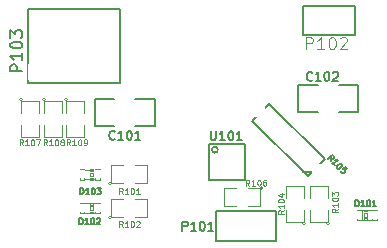
<source format=gto>
G04 (created by PCBNEW (2013-07-07 BZR 4022)-stable) date 03/12/2015 19:04:02*
%MOIN*%
G04 Gerber Fmt 3.4, Leading zero omitted, Abs format*
%FSLAX34Y34*%
G01*
G70*
G90*
G04 APERTURE LIST*
%ADD10C,0.00590551*%
%ADD11C,0.005*%
%ADD12C,0.0039*%
%ADD13C,0.008*%
%ADD14C,0.0026*%
%ADD15C,0.004*%
%ADD16C,0.006*%
%ADD17C,0.0043*%
%ADD18C,0.0035*%
%ADD19R,0.06X0.08*%
%ADD20R,0.055X0.035*%
%ADD21R,0.035X0.055*%
%ADD22R,0.0394X0.0106*%
%ADD23R,0.0314X0.0314*%
%ADD24R,0.06X0.06*%
%ADD25C,0.06*%
%ADD26R,0.015748X0.0688976*%
%ADD27R,0.0561024X0.0984252*%
%ADD28R,0.019685X0.0574803*%
%ADD29C,0.0413386*%
%ADD30C,0.0472441*%
%ADD31R,0.0590551X0.0590551*%
%ADD32C,0.0590551*%
%ADD33C,0.055*%
G04 APERTURE END LIST*
G54D10*
G54D11*
X52650Y-29750D02*
X52650Y-28850D01*
X52650Y-28850D02*
X52000Y-28850D01*
X51300Y-29750D02*
X50650Y-29750D01*
X50650Y-29750D02*
X50650Y-28850D01*
X50650Y-28850D02*
X51300Y-28850D01*
X52000Y-29750D02*
X52650Y-29750D01*
X43875Y-29325D02*
X43875Y-30225D01*
X43875Y-30225D02*
X44525Y-30225D01*
X45225Y-29325D02*
X45875Y-29325D01*
X45875Y-29325D02*
X45875Y-30225D01*
X45875Y-30225D02*
X45225Y-30225D01*
X44525Y-29325D02*
X43875Y-29325D01*
G54D12*
X42975Y-29325D02*
G75*
G03X42975Y-29325I-50J0D01*
G74*
G01*
X42925Y-29775D02*
X42925Y-29375D01*
X42925Y-29375D02*
X43525Y-29375D01*
X43525Y-29375D02*
X43525Y-29775D01*
X43525Y-30175D02*
X43525Y-30575D01*
X43525Y-30575D02*
X42925Y-30575D01*
X42925Y-30575D02*
X42925Y-30175D01*
X44425Y-32125D02*
G75*
G03X44425Y-32125I-50J0D01*
G74*
G01*
X44825Y-32125D02*
X44425Y-32125D01*
X44425Y-32125D02*
X44425Y-31525D01*
X44425Y-31525D02*
X44825Y-31525D01*
X45225Y-31525D02*
X45625Y-31525D01*
X45625Y-31525D02*
X45625Y-32125D01*
X45625Y-32125D02*
X45225Y-32125D01*
X44425Y-33250D02*
G75*
G03X44425Y-33250I-50J0D01*
G74*
G01*
X44825Y-33250D02*
X44425Y-33250D01*
X44425Y-33250D02*
X44425Y-32650D01*
X44425Y-32650D02*
X44825Y-32650D01*
X45225Y-32650D02*
X45625Y-32650D01*
X45625Y-32650D02*
X45625Y-33250D01*
X45625Y-33250D02*
X45225Y-33250D01*
X51700Y-33450D02*
G75*
G03X51700Y-33450I-50J0D01*
G74*
G01*
X51650Y-33000D02*
X51650Y-33400D01*
X51650Y-33400D02*
X51050Y-33400D01*
X51050Y-33400D02*
X51050Y-33000D01*
X51050Y-32600D02*
X51050Y-32200D01*
X51050Y-32200D02*
X51650Y-32200D01*
X51650Y-32200D02*
X51650Y-32600D01*
X49475Y-32275D02*
G75*
G03X49475Y-32275I-50J0D01*
G74*
G01*
X48975Y-32275D02*
X49375Y-32275D01*
X49375Y-32275D02*
X49375Y-32875D01*
X49375Y-32875D02*
X48975Y-32875D01*
X48575Y-32875D02*
X48175Y-32875D01*
X48175Y-32875D02*
X48175Y-32275D01*
X48175Y-32275D02*
X48575Y-32275D01*
X42225Y-29325D02*
G75*
G03X42225Y-29325I-50J0D01*
G74*
G01*
X42175Y-29775D02*
X42175Y-29375D01*
X42175Y-29375D02*
X42775Y-29375D01*
X42775Y-29375D02*
X42775Y-29775D01*
X42775Y-30175D02*
X42775Y-30575D01*
X42775Y-30575D02*
X42175Y-30575D01*
X42175Y-30575D02*
X42175Y-30175D01*
X41475Y-29325D02*
G75*
G03X41475Y-29325I-50J0D01*
G74*
G01*
X41425Y-29775D02*
X41425Y-29375D01*
X41425Y-29375D02*
X42025Y-29375D01*
X42025Y-29375D02*
X42025Y-29775D01*
X42025Y-30175D02*
X42025Y-30575D01*
X42025Y-30575D02*
X41425Y-30575D01*
X41425Y-30575D02*
X41425Y-30175D01*
X50900Y-33450D02*
G75*
G03X50900Y-33450I-50J0D01*
G74*
G01*
X50850Y-33000D02*
X50850Y-33400D01*
X50850Y-33400D02*
X50250Y-33400D01*
X50250Y-33400D02*
X50250Y-33000D01*
X50250Y-32600D02*
X50250Y-32200D01*
X50250Y-32200D02*
X50850Y-32200D01*
X50850Y-32200D02*
X50850Y-32600D01*
G54D13*
X47975Y-31000D02*
G75*
G03X47975Y-31000I-100J0D01*
G74*
G01*
X47675Y-32000D02*
X47675Y-30800D01*
X47675Y-30800D02*
X48875Y-30800D01*
X48875Y-30800D02*
X48875Y-32000D01*
X48875Y-32000D02*
X47675Y-32000D01*
G54D14*
X43877Y-31648D02*
X43877Y-32002D01*
X43877Y-32002D02*
X44034Y-32002D01*
X44034Y-31648D02*
X44034Y-32002D01*
X43877Y-31648D02*
X44034Y-31648D01*
X43366Y-31648D02*
X43366Y-32002D01*
X43366Y-32002D02*
X43523Y-32002D01*
X43523Y-31648D02*
X43523Y-32002D01*
X43366Y-31648D02*
X43523Y-31648D01*
X43700Y-31648D02*
X43700Y-31707D01*
X43700Y-31707D02*
X43818Y-31707D01*
X43818Y-31648D02*
X43818Y-31707D01*
X43700Y-31648D02*
X43818Y-31648D01*
X43700Y-31943D02*
X43700Y-32002D01*
X43700Y-32002D02*
X43818Y-32002D01*
X43818Y-31943D02*
X43818Y-32002D01*
X43700Y-31943D02*
X43818Y-31943D01*
X43700Y-31766D02*
X43700Y-31884D01*
X43700Y-31884D02*
X43818Y-31884D01*
X43818Y-31766D02*
X43818Y-31884D01*
X43700Y-31766D02*
X43818Y-31766D01*
G54D15*
X43877Y-31668D02*
X43523Y-31668D01*
X43877Y-31982D02*
X43523Y-31982D01*
G54D14*
X52773Y-33352D02*
X52773Y-32998D01*
X52773Y-32998D02*
X52616Y-32998D01*
X52616Y-33352D02*
X52616Y-32998D01*
X52773Y-33352D02*
X52616Y-33352D01*
X53284Y-33352D02*
X53284Y-32998D01*
X53284Y-32998D02*
X53127Y-32998D01*
X53127Y-33352D02*
X53127Y-32998D01*
X53284Y-33352D02*
X53127Y-33352D01*
X52950Y-33352D02*
X52950Y-33293D01*
X52950Y-33293D02*
X52832Y-33293D01*
X52832Y-33352D02*
X52832Y-33293D01*
X52950Y-33352D02*
X52832Y-33352D01*
X52950Y-33057D02*
X52950Y-32998D01*
X52950Y-32998D02*
X52832Y-32998D01*
X52832Y-33057D02*
X52832Y-32998D01*
X52950Y-33057D02*
X52832Y-33057D01*
X52950Y-33234D02*
X52950Y-33116D01*
X52950Y-33116D02*
X52832Y-33116D01*
X52832Y-33234D02*
X52832Y-33116D01*
X52950Y-33234D02*
X52832Y-33234D01*
G54D15*
X52773Y-33332D02*
X53127Y-33332D01*
X52773Y-33018D02*
X53127Y-33018D01*
G54D14*
X43877Y-32773D02*
X43877Y-33127D01*
X43877Y-33127D02*
X44034Y-33127D01*
X44034Y-32773D02*
X44034Y-33127D01*
X43877Y-32773D02*
X44034Y-32773D01*
X43366Y-32773D02*
X43366Y-33127D01*
X43366Y-33127D02*
X43523Y-33127D01*
X43523Y-32773D02*
X43523Y-33127D01*
X43366Y-32773D02*
X43523Y-32773D01*
X43700Y-32773D02*
X43700Y-32832D01*
X43700Y-32832D02*
X43818Y-32832D01*
X43818Y-32773D02*
X43818Y-32832D01*
X43700Y-32773D02*
X43818Y-32773D01*
X43700Y-33068D02*
X43700Y-33127D01*
X43700Y-33127D02*
X43818Y-33127D01*
X43818Y-33068D02*
X43818Y-33127D01*
X43700Y-33068D02*
X43818Y-33068D01*
X43700Y-32891D02*
X43700Y-33009D01*
X43700Y-33009D02*
X43818Y-33009D01*
X43818Y-32891D02*
X43818Y-33009D01*
X43700Y-32891D02*
X43818Y-32891D01*
G54D15*
X43877Y-32793D02*
X43523Y-32793D01*
X43877Y-33107D02*
X43523Y-33107D01*
G54D16*
X49900Y-33050D02*
X49900Y-34050D01*
X49900Y-34050D02*
X47900Y-34050D01*
X47900Y-34050D02*
X47900Y-33050D01*
X47900Y-33050D02*
X49900Y-33050D01*
G54D10*
X44710Y-28769D02*
X41639Y-28769D01*
X44710Y-26299D02*
X41639Y-26299D01*
X41639Y-26299D02*
X41639Y-28769D01*
X44710Y-26299D02*
X44710Y-28769D01*
X52453Y-27172D02*
X50800Y-27172D01*
X50800Y-27172D02*
X50800Y-26227D01*
X50800Y-26227D02*
X52532Y-26227D01*
X52532Y-26227D02*
X52532Y-27172D01*
X52532Y-27172D02*
X52453Y-27172D01*
G54D13*
X51390Y-31750D02*
X51249Y-31609D01*
X49269Y-29629D02*
X49410Y-29770D01*
X49410Y-29770D02*
X49127Y-30053D01*
X49127Y-30053D02*
X50966Y-31892D01*
X50966Y-31892D02*
X51532Y-31326D01*
X51532Y-31326D02*
X49693Y-29487D01*
X49693Y-29487D02*
X49410Y-29770D01*
X51107Y-31750D02*
X50824Y-31750D01*
G54D11*
X51124Y-28672D02*
X51110Y-28687D01*
X51067Y-28701D01*
X51038Y-28701D01*
X50995Y-28687D01*
X50967Y-28658D01*
X50952Y-28630D01*
X50938Y-28572D01*
X50938Y-28530D01*
X50952Y-28472D01*
X50967Y-28444D01*
X50995Y-28415D01*
X51038Y-28401D01*
X51067Y-28401D01*
X51110Y-28415D01*
X51124Y-28430D01*
X51410Y-28701D02*
X51238Y-28701D01*
X51324Y-28701D02*
X51324Y-28401D01*
X51295Y-28444D01*
X51267Y-28472D01*
X51238Y-28487D01*
X51595Y-28401D02*
X51624Y-28401D01*
X51652Y-28415D01*
X51667Y-28430D01*
X51681Y-28458D01*
X51695Y-28515D01*
X51695Y-28587D01*
X51681Y-28644D01*
X51667Y-28672D01*
X51652Y-28687D01*
X51624Y-28701D01*
X51595Y-28701D01*
X51567Y-28687D01*
X51552Y-28672D01*
X51538Y-28644D01*
X51524Y-28587D01*
X51524Y-28515D01*
X51538Y-28458D01*
X51552Y-28430D01*
X51567Y-28415D01*
X51595Y-28401D01*
X51810Y-28430D02*
X51824Y-28415D01*
X51852Y-28401D01*
X51924Y-28401D01*
X51952Y-28415D01*
X51967Y-28430D01*
X51981Y-28458D01*
X51981Y-28487D01*
X51967Y-28530D01*
X51795Y-28701D01*
X51981Y-28701D01*
X44539Y-30642D02*
X44525Y-30657D01*
X44482Y-30671D01*
X44453Y-30671D01*
X44410Y-30657D01*
X44382Y-30628D01*
X44367Y-30600D01*
X44353Y-30542D01*
X44353Y-30500D01*
X44367Y-30442D01*
X44382Y-30414D01*
X44410Y-30385D01*
X44453Y-30371D01*
X44482Y-30371D01*
X44525Y-30385D01*
X44539Y-30400D01*
X44825Y-30671D02*
X44653Y-30671D01*
X44739Y-30671D02*
X44739Y-30371D01*
X44710Y-30414D01*
X44682Y-30442D01*
X44653Y-30457D01*
X45010Y-30371D02*
X45039Y-30371D01*
X45067Y-30385D01*
X45082Y-30400D01*
X45096Y-30428D01*
X45110Y-30485D01*
X45110Y-30557D01*
X45096Y-30614D01*
X45082Y-30642D01*
X45067Y-30657D01*
X45039Y-30671D01*
X45010Y-30671D01*
X44982Y-30657D01*
X44967Y-30642D01*
X44953Y-30614D01*
X44939Y-30557D01*
X44939Y-30485D01*
X44953Y-30428D01*
X44967Y-30400D01*
X44982Y-30385D01*
X45010Y-30371D01*
X45396Y-30671D02*
X45225Y-30671D01*
X45310Y-30671D02*
X45310Y-30371D01*
X45282Y-30414D01*
X45253Y-30442D01*
X45225Y-30457D01*
G54D17*
X43054Y-30854D02*
X42988Y-30760D01*
X42941Y-30854D02*
X42941Y-30657D01*
X43017Y-30657D01*
X43035Y-30667D01*
X43045Y-30676D01*
X43054Y-30695D01*
X43054Y-30723D01*
X43045Y-30742D01*
X43035Y-30751D01*
X43017Y-30760D01*
X42941Y-30760D01*
X43242Y-30854D02*
X43129Y-30854D01*
X43185Y-30854D02*
X43185Y-30657D01*
X43167Y-30685D01*
X43148Y-30704D01*
X43129Y-30714D01*
X43364Y-30657D02*
X43382Y-30657D01*
X43401Y-30667D01*
X43411Y-30676D01*
X43420Y-30695D01*
X43429Y-30732D01*
X43429Y-30779D01*
X43420Y-30817D01*
X43411Y-30835D01*
X43401Y-30845D01*
X43382Y-30854D01*
X43364Y-30854D01*
X43345Y-30845D01*
X43335Y-30835D01*
X43326Y-30817D01*
X43317Y-30779D01*
X43317Y-30732D01*
X43326Y-30695D01*
X43335Y-30676D01*
X43345Y-30667D01*
X43364Y-30657D01*
X43523Y-30854D02*
X43561Y-30854D01*
X43579Y-30845D01*
X43589Y-30835D01*
X43608Y-30807D01*
X43617Y-30770D01*
X43617Y-30695D01*
X43608Y-30676D01*
X43598Y-30667D01*
X43579Y-30657D01*
X43542Y-30657D01*
X43523Y-30667D01*
X43514Y-30676D01*
X43504Y-30695D01*
X43504Y-30742D01*
X43514Y-30760D01*
X43523Y-30770D01*
X43542Y-30779D01*
X43579Y-30779D01*
X43598Y-30770D01*
X43608Y-30760D01*
X43617Y-30742D01*
X44804Y-32479D02*
X44738Y-32385D01*
X44691Y-32479D02*
X44691Y-32282D01*
X44767Y-32282D01*
X44785Y-32292D01*
X44795Y-32301D01*
X44804Y-32320D01*
X44804Y-32348D01*
X44795Y-32367D01*
X44785Y-32376D01*
X44767Y-32385D01*
X44691Y-32385D01*
X44992Y-32479D02*
X44879Y-32479D01*
X44935Y-32479D02*
X44935Y-32282D01*
X44917Y-32310D01*
X44898Y-32329D01*
X44879Y-32339D01*
X45114Y-32282D02*
X45132Y-32282D01*
X45151Y-32292D01*
X45161Y-32301D01*
X45170Y-32320D01*
X45179Y-32357D01*
X45179Y-32404D01*
X45170Y-32442D01*
X45161Y-32460D01*
X45151Y-32470D01*
X45132Y-32479D01*
X45114Y-32479D01*
X45095Y-32470D01*
X45085Y-32460D01*
X45076Y-32442D01*
X45067Y-32404D01*
X45067Y-32357D01*
X45076Y-32320D01*
X45085Y-32301D01*
X45095Y-32292D01*
X45114Y-32282D01*
X45367Y-32479D02*
X45254Y-32479D01*
X45311Y-32479D02*
X45311Y-32282D01*
X45292Y-32310D01*
X45273Y-32329D01*
X45254Y-32339D01*
X44804Y-33579D02*
X44738Y-33485D01*
X44691Y-33579D02*
X44691Y-33382D01*
X44767Y-33382D01*
X44785Y-33392D01*
X44795Y-33401D01*
X44804Y-33420D01*
X44804Y-33448D01*
X44795Y-33467D01*
X44785Y-33476D01*
X44767Y-33485D01*
X44691Y-33485D01*
X44992Y-33579D02*
X44879Y-33579D01*
X44935Y-33579D02*
X44935Y-33382D01*
X44917Y-33410D01*
X44898Y-33429D01*
X44879Y-33439D01*
X45114Y-33382D02*
X45132Y-33382D01*
X45151Y-33392D01*
X45161Y-33401D01*
X45170Y-33420D01*
X45179Y-33457D01*
X45179Y-33504D01*
X45170Y-33542D01*
X45161Y-33560D01*
X45151Y-33570D01*
X45132Y-33579D01*
X45114Y-33579D01*
X45095Y-33570D01*
X45085Y-33560D01*
X45076Y-33542D01*
X45067Y-33504D01*
X45067Y-33457D01*
X45076Y-33420D01*
X45085Y-33401D01*
X45095Y-33392D01*
X45114Y-33382D01*
X45254Y-33401D02*
X45264Y-33392D01*
X45282Y-33382D01*
X45329Y-33382D01*
X45348Y-33392D01*
X45358Y-33401D01*
X45367Y-33420D01*
X45367Y-33439D01*
X45358Y-33467D01*
X45245Y-33579D01*
X45367Y-33579D01*
X51979Y-32970D02*
X51885Y-33036D01*
X51979Y-33083D02*
X51782Y-33083D01*
X51782Y-33007D01*
X51792Y-32989D01*
X51801Y-32979D01*
X51820Y-32970D01*
X51848Y-32970D01*
X51867Y-32979D01*
X51876Y-32989D01*
X51885Y-33007D01*
X51885Y-33083D01*
X51979Y-32782D02*
X51979Y-32895D01*
X51979Y-32839D02*
X51782Y-32839D01*
X51810Y-32857D01*
X51829Y-32876D01*
X51839Y-32895D01*
X51782Y-32660D02*
X51782Y-32642D01*
X51792Y-32623D01*
X51801Y-32613D01*
X51820Y-32604D01*
X51857Y-32595D01*
X51904Y-32595D01*
X51942Y-32604D01*
X51960Y-32613D01*
X51970Y-32623D01*
X51979Y-32642D01*
X51979Y-32660D01*
X51970Y-32679D01*
X51960Y-32689D01*
X51942Y-32698D01*
X51904Y-32707D01*
X51857Y-32707D01*
X51820Y-32698D01*
X51801Y-32689D01*
X51792Y-32679D01*
X51782Y-32660D01*
X51782Y-32529D02*
X51782Y-32407D01*
X51857Y-32473D01*
X51857Y-32445D01*
X51867Y-32426D01*
X51876Y-32416D01*
X51895Y-32407D01*
X51942Y-32407D01*
X51960Y-32416D01*
X51970Y-32426D01*
X51979Y-32445D01*
X51979Y-32501D01*
X51970Y-32520D01*
X51960Y-32529D01*
X49029Y-32199D02*
X48963Y-32105D01*
X48916Y-32199D02*
X48916Y-32002D01*
X48992Y-32002D01*
X49010Y-32012D01*
X49020Y-32021D01*
X49029Y-32040D01*
X49029Y-32068D01*
X49020Y-32087D01*
X49010Y-32096D01*
X48992Y-32105D01*
X48916Y-32105D01*
X49217Y-32199D02*
X49104Y-32199D01*
X49160Y-32199D02*
X49160Y-32002D01*
X49142Y-32030D01*
X49123Y-32049D01*
X49104Y-32059D01*
X49339Y-32002D02*
X49357Y-32002D01*
X49376Y-32012D01*
X49386Y-32021D01*
X49395Y-32040D01*
X49404Y-32077D01*
X49404Y-32124D01*
X49395Y-32162D01*
X49386Y-32180D01*
X49376Y-32190D01*
X49357Y-32199D01*
X49339Y-32199D01*
X49320Y-32190D01*
X49310Y-32180D01*
X49301Y-32162D01*
X49292Y-32124D01*
X49292Y-32077D01*
X49301Y-32040D01*
X49310Y-32021D01*
X49320Y-32012D01*
X49339Y-32002D01*
X49573Y-32002D02*
X49536Y-32002D01*
X49517Y-32012D01*
X49507Y-32021D01*
X49489Y-32049D01*
X49479Y-32087D01*
X49479Y-32162D01*
X49489Y-32180D01*
X49498Y-32190D01*
X49517Y-32199D01*
X49554Y-32199D01*
X49573Y-32190D01*
X49583Y-32180D01*
X49592Y-32162D01*
X49592Y-32115D01*
X49583Y-32096D01*
X49573Y-32087D01*
X49554Y-32077D01*
X49517Y-32077D01*
X49498Y-32087D01*
X49489Y-32096D01*
X49479Y-32115D01*
X42279Y-30854D02*
X42213Y-30760D01*
X42166Y-30854D02*
X42166Y-30657D01*
X42242Y-30657D01*
X42260Y-30667D01*
X42270Y-30676D01*
X42279Y-30695D01*
X42279Y-30723D01*
X42270Y-30742D01*
X42260Y-30751D01*
X42242Y-30760D01*
X42166Y-30760D01*
X42467Y-30854D02*
X42354Y-30854D01*
X42410Y-30854D02*
X42410Y-30657D01*
X42392Y-30685D01*
X42373Y-30704D01*
X42354Y-30714D01*
X42589Y-30657D02*
X42607Y-30657D01*
X42626Y-30667D01*
X42636Y-30676D01*
X42645Y-30695D01*
X42654Y-30732D01*
X42654Y-30779D01*
X42645Y-30817D01*
X42636Y-30835D01*
X42626Y-30845D01*
X42607Y-30854D01*
X42589Y-30854D01*
X42570Y-30845D01*
X42560Y-30835D01*
X42551Y-30817D01*
X42542Y-30779D01*
X42542Y-30732D01*
X42551Y-30695D01*
X42560Y-30676D01*
X42570Y-30667D01*
X42589Y-30657D01*
X42767Y-30742D02*
X42748Y-30732D01*
X42739Y-30723D01*
X42729Y-30704D01*
X42729Y-30695D01*
X42739Y-30676D01*
X42748Y-30667D01*
X42767Y-30657D01*
X42804Y-30657D01*
X42823Y-30667D01*
X42833Y-30676D01*
X42842Y-30695D01*
X42842Y-30704D01*
X42833Y-30723D01*
X42823Y-30732D01*
X42804Y-30742D01*
X42767Y-30742D01*
X42748Y-30751D01*
X42739Y-30760D01*
X42729Y-30779D01*
X42729Y-30817D01*
X42739Y-30835D01*
X42748Y-30845D01*
X42767Y-30854D01*
X42804Y-30854D01*
X42823Y-30845D01*
X42833Y-30835D01*
X42842Y-30817D01*
X42842Y-30779D01*
X42833Y-30760D01*
X42823Y-30751D01*
X42804Y-30742D01*
X41479Y-30854D02*
X41413Y-30760D01*
X41366Y-30854D02*
X41366Y-30657D01*
X41442Y-30657D01*
X41460Y-30667D01*
X41470Y-30676D01*
X41479Y-30695D01*
X41479Y-30723D01*
X41470Y-30742D01*
X41460Y-30751D01*
X41442Y-30760D01*
X41366Y-30760D01*
X41667Y-30854D02*
X41554Y-30854D01*
X41610Y-30854D02*
X41610Y-30657D01*
X41592Y-30685D01*
X41573Y-30704D01*
X41554Y-30714D01*
X41789Y-30657D02*
X41807Y-30657D01*
X41826Y-30667D01*
X41836Y-30676D01*
X41845Y-30695D01*
X41854Y-30732D01*
X41854Y-30779D01*
X41845Y-30817D01*
X41836Y-30835D01*
X41826Y-30845D01*
X41807Y-30854D01*
X41789Y-30854D01*
X41770Y-30845D01*
X41760Y-30835D01*
X41751Y-30817D01*
X41742Y-30779D01*
X41742Y-30732D01*
X41751Y-30695D01*
X41760Y-30676D01*
X41770Y-30667D01*
X41789Y-30657D01*
X41920Y-30657D02*
X42051Y-30657D01*
X41967Y-30854D01*
X50179Y-33020D02*
X50085Y-33086D01*
X50179Y-33133D02*
X49982Y-33133D01*
X49982Y-33057D01*
X49992Y-33039D01*
X50001Y-33029D01*
X50020Y-33020D01*
X50048Y-33020D01*
X50067Y-33029D01*
X50076Y-33039D01*
X50085Y-33057D01*
X50085Y-33133D01*
X50179Y-32832D02*
X50179Y-32945D01*
X50179Y-32889D02*
X49982Y-32889D01*
X50010Y-32907D01*
X50029Y-32926D01*
X50039Y-32945D01*
X49982Y-32710D02*
X49982Y-32692D01*
X49992Y-32673D01*
X50001Y-32663D01*
X50020Y-32654D01*
X50057Y-32645D01*
X50104Y-32645D01*
X50142Y-32654D01*
X50160Y-32663D01*
X50170Y-32673D01*
X50179Y-32692D01*
X50179Y-32710D01*
X50170Y-32729D01*
X50160Y-32739D01*
X50142Y-32748D01*
X50104Y-32757D01*
X50057Y-32757D01*
X50020Y-32748D01*
X50001Y-32739D01*
X49992Y-32729D01*
X49982Y-32710D01*
X50048Y-32476D02*
X50179Y-32476D01*
X49973Y-32523D02*
X50114Y-32570D01*
X50114Y-32448D01*
G54D16*
X47735Y-30381D02*
X47735Y-30624D01*
X47750Y-30652D01*
X47764Y-30667D01*
X47792Y-30681D01*
X47850Y-30681D01*
X47878Y-30667D01*
X47892Y-30652D01*
X47907Y-30624D01*
X47907Y-30381D01*
X48207Y-30681D02*
X48035Y-30681D01*
X48121Y-30681D02*
X48121Y-30381D01*
X48092Y-30424D01*
X48064Y-30452D01*
X48035Y-30467D01*
X48392Y-30381D02*
X48421Y-30381D01*
X48450Y-30395D01*
X48464Y-30410D01*
X48478Y-30438D01*
X48492Y-30495D01*
X48492Y-30567D01*
X48478Y-30624D01*
X48464Y-30652D01*
X48450Y-30667D01*
X48421Y-30681D01*
X48392Y-30681D01*
X48364Y-30667D01*
X48350Y-30652D01*
X48335Y-30624D01*
X48321Y-30567D01*
X48321Y-30495D01*
X48335Y-30438D01*
X48350Y-30410D01*
X48364Y-30395D01*
X48392Y-30381D01*
X48778Y-30681D02*
X48607Y-30681D01*
X48692Y-30681D02*
X48692Y-30381D01*
X48664Y-30424D01*
X48635Y-30452D01*
X48607Y-30467D01*
G54D11*
X43386Y-32480D02*
X43386Y-32280D01*
X43434Y-32280D01*
X43463Y-32290D01*
X43482Y-32309D01*
X43491Y-32328D01*
X43501Y-32366D01*
X43501Y-32395D01*
X43491Y-32433D01*
X43482Y-32452D01*
X43463Y-32471D01*
X43434Y-32480D01*
X43386Y-32480D01*
X43691Y-32480D02*
X43577Y-32480D01*
X43634Y-32480D02*
X43634Y-32280D01*
X43615Y-32309D01*
X43596Y-32328D01*
X43577Y-32338D01*
X43815Y-32280D02*
X43834Y-32280D01*
X43853Y-32290D01*
X43863Y-32300D01*
X43872Y-32319D01*
X43882Y-32357D01*
X43882Y-32404D01*
X43872Y-32442D01*
X43863Y-32461D01*
X43853Y-32471D01*
X43834Y-32480D01*
X43815Y-32480D01*
X43796Y-32471D01*
X43786Y-32461D01*
X43777Y-32442D01*
X43767Y-32404D01*
X43767Y-32357D01*
X43777Y-32319D01*
X43786Y-32300D01*
X43796Y-32290D01*
X43815Y-32280D01*
X43948Y-32280D02*
X44072Y-32280D01*
X44005Y-32357D01*
X44034Y-32357D01*
X44053Y-32366D01*
X44063Y-32376D01*
X44072Y-32395D01*
X44072Y-32442D01*
X44063Y-32461D01*
X44053Y-32471D01*
X44034Y-32480D01*
X43977Y-32480D01*
X43958Y-32471D01*
X43948Y-32461D01*
X52561Y-32880D02*
X52561Y-32680D01*
X52609Y-32680D01*
X52638Y-32690D01*
X52657Y-32709D01*
X52666Y-32728D01*
X52676Y-32766D01*
X52676Y-32795D01*
X52666Y-32833D01*
X52657Y-32852D01*
X52638Y-32871D01*
X52609Y-32880D01*
X52561Y-32880D01*
X52866Y-32880D02*
X52752Y-32880D01*
X52809Y-32880D02*
X52809Y-32680D01*
X52790Y-32709D01*
X52771Y-32728D01*
X52752Y-32738D01*
X52990Y-32680D02*
X53009Y-32680D01*
X53028Y-32690D01*
X53038Y-32700D01*
X53047Y-32719D01*
X53057Y-32757D01*
X53057Y-32804D01*
X53047Y-32842D01*
X53038Y-32861D01*
X53028Y-32871D01*
X53009Y-32880D01*
X52990Y-32880D01*
X52971Y-32871D01*
X52961Y-32861D01*
X52952Y-32842D01*
X52942Y-32804D01*
X52942Y-32757D01*
X52952Y-32719D01*
X52961Y-32700D01*
X52971Y-32690D01*
X52990Y-32680D01*
X53247Y-32880D02*
X53133Y-32880D01*
X53190Y-32880D02*
X53190Y-32680D01*
X53171Y-32709D01*
X53152Y-32728D01*
X53133Y-32738D01*
X43361Y-33480D02*
X43361Y-33280D01*
X43409Y-33280D01*
X43438Y-33290D01*
X43457Y-33309D01*
X43466Y-33328D01*
X43476Y-33366D01*
X43476Y-33395D01*
X43466Y-33433D01*
X43457Y-33452D01*
X43438Y-33471D01*
X43409Y-33480D01*
X43361Y-33480D01*
X43666Y-33480D02*
X43552Y-33480D01*
X43609Y-33480D02*
X43609Y-33280D01*
X43590Y-33309D01*
X43571Y-33328D01*
X43552Y-33338D01*
X43790Y-33280D02*
X43809Y-33280D01*
X43828Y-33290D01*
X43838Y-33300D01*
X43847Y-33319D01*
X43857Y-33357D01*
X43857Y-33404D01*
X43847Y-33442D01*
X43838Y-33461D01*
X43828Y-33471D01*
X43809Y-33480D01*
X43790Y-33480D01*
X43771Y-33471D01*
X43761Y-33461D01*
X43752Y-33442D01*
X43742Y-33404D01*
X43742Y-33357D01*
X43752Y-33319D01*
X43761Y-33300D01*
X43771Y-33290D01*
X43790Y-33280D01*
X43933Y-33300D02*
X43942Y-33290D01*
X43961Y-33280D01*
X44009Y-33280D01*
X44028Y-33290D01*
X44038Y-33300D01*
X44047Y-33319D01*
X44047Y-33338D01*
X44038Y-33366D01*
X43923Y-33480D01*
X44047Y-33480D01*
G54D16*
X46792Y-33696D02*
X46792Y-33396D01*
X46907Y-33396D01*
X46935Y-33410D01*
X46950Y-33425D01*
X46964Y-33453D01*
X46964Y-33496D01*
X46950Y-33525D01*
X46935Y-33539D01*
X46907Y-33553D01*
X46792Y-33553D01*
X47250Y-33696D02*
X47078Y-33696D01*
X47164Y-33696D02*
X47164Y-33396D01*
X47135Y-33439D01*
X47107Y-33467D01*
X47078Y-33482D01*
X47435Y-33396D02*
X47464Y-33396D01*
X47492Y-33410D01*
X47507Y-33425D01*
X47521Y-33453D01*
X47535Y-33510D01*
X47535Y-33582D01*
X47521Y-33639D01*
X47507Y-33667D01*
X47492Y-33682D01*
X47464Y-33696D01*
X47435Y-33696D01*
X47407Y-33682D01*
X47392Y-33667D01*
X47378Y-33639D01*
X47364Y-33582D01*
X47364Y-33510D01*
X47378Y-33453D01*
X47392Y-33425D01*
X47407Y-33410D01*
X47435Y-33396D01*
X47821Y-33696D02*
X47650Y-33696D01*
X47735Y-33696D02*
X47735Y-33396D01*
X47707Y-33439D01*
X47678Y-33467D01*
X47650Y-33482D01*
G54D13*
X41461Y-28386D02*
X41061Y-28386D01*
X41061Y-28233D01*
X41080Y-28195D01*
X41100Y-28176D01*
X41138Y-28157D01*
X41195Y-28157D01*
X41233Y-28176D01*
X41252Y-28195D01*
X41271Y-28233D01*
X41271Y-28386D01*
X41461Y-27776D02*
X41461Y-28005D01*
X41461Y-27890D02*
X41061Y-27890D01*
X41119Y-27929D01*
X41157Y-27967D01*
X41176Y-28005D01*
X41061Y-27529D02*
X41061Y-27490D01*
X41080Y-27452D01*
X41100Y-27433D01*
X41138Y-27414D01*
X41214Y-27395D01*
X41309Y-27395D01*
X41385Y-27414D01*
X41423Y-27433D01*
X41442Y-27452D01*
X41461Y-27490D01*
X41461Y-27529D01*
X41442Y-27567D01*
X41423Y-27586D01*
X41385Y-27605D01*
X41309Y-27624D01*
X41214Y-27624D01*
X41138Y-27605D01*
X41100Y-27586D01*
X41080Y-27567D01*
X41061Y-27529D01*
X41061Y-27262D02*
X41061Y-27014D01*
X41214Y-27148D01*
X41214Y-27090D01*
X41233Y-27052D01*
X41252Y-27033D01*
X41290Y-27014D01*
X41385Y-27014D01*
X41423Y-27033D01*
X41442Y-27052D01*
X41461Y-27090D01*
X41461Y-27205D01*
X41442Y-27243D01*
X41423Y-27262D01*
G54D18*
X50911Y-27649D02*
X50911Y-27249D01*
X51063Y-27249D01*
X51101Y-27268D01*
X51120Y-27287D01*
X51139Y-27325D01*
X51139Y-27382D01*
X51120Y-27420D01*
X51101Y-27439D01*
X51063Y-27458D01*
X50911Y-27458D01*
X51520Y-27649D02*
X51292Y-27649D01*
X51406Y-27649D02*
X51406Y-27249D01*
X51368Y-27306D01*
X51330Y-27344D01*
X51292Y-27363D01*
X51768Y-27249D02*
X51806Y-27249D01*
X51844Y-27268D01*
X51863Y-27287D01*
X51882Y-27325D01*
X51901Y-27401D01*
X51901Y-27496D01*
X51882Y-27573D01*
X51863Y-27611D01*
X51844Y-27630D01*
X51806Y-27649D01*
X51768Y-27649D01*
X51730Y-27630D01*
X51711Y-27611D01*
X51692Y-27573D01*
X51673Y-27496D01*
X51673Y-27401D01*
X51692Y-27325D01*
X51711Y-27287D01*
X51730Y-27268D01*
X51768Y-27249D01*
X52054Y-27287D02*
X52073Y-27268D01*
X52111Y-27249D01*
X52206Y-27249D01*
X52244Y-27268D01*
X52263Y-27287D01*
X52282Y-27325D01*
X52282Y-27363D01*
X52263Y-27420D01*
X52035Y-27649D01*
X52282Y-27649D01*
G54D11*
X51734Y-31388D02*
X51754Y-31274D01*
X51653Y-31308D02*
X51795Y-31166D01*
X51848Y-31220D01*
X51855Y-31240D01*
X51855Y-31254D01*
X51848Y-31274D01*
X51828Y-31294D01*
X51808Y-31301D01*
X51795Y-31301D01*
X51774Y-31294D01*
X51721Y-31240D01*
X51869Y-31523D02*
X51788Y-31442D01*
X51828Y-31483D02*
X51970Y-31341D01*
X51936Y-31348D01*
X51909Y-31348D01*
X51889Y-31341D01*
X52098Y-31469D02*
X52111Y-31483D01*
X52118Y-31503D01*
X52118Y-31516D01*
X52111Y-31537D01*
X52091Y-31570D01*
X52057Y-31604D01*
X52024Y-31624D01*
X52003Y-31631D01*
X51990Y-31631D01*
X51970Y-31624D01*
X51956Y-31611D01*
X51949Y-31591D01*
X51950Y-31577D01*
X51956Y-31557D01*
X51976Y-31523D01*
X52010Y-31490D01*
X52044Y-31469D01*
X52064Y-31463D01*
X52077Y-31463D01*
X52098Y-31469D01*
X52273Y-31644D02*
X52205Y-31577D01*
X52131Y-31638D01*
X52145Y-31638D01*
X52165Y-31644D01*
X52199Y-31678D01*
X52205Y-31698D01*
X52205Y-31712D01*
X52199Y-31732D01*
X52165Y-31766D01*
X52145Y-31772D01*
X52131Y-31772D01*
X52111Y-31766D01*
X52077Y-31732D01*
X52071Y-31712D01*
X52071Y-31698D01*
%LPC*%
G54D19*
X52300Y-29300D03*
X51000Y-29300D03*
X44225Y-29775D03*
X45525Y-29775D03*
G54D20*
X43225Y-29600D03*
X43225Y-30350D03*
G54D21*
X44650Y-31825D03*
X45400Y-31825D03*
X44650Y-32950D03*
X45400Y-32950D03*
G54D20*
X51350Y-33175D03*
X51350Y-32425D03*
G54D21*
X49150Y-32575D03*
X48400Y-32575D03*
G54D20*
X42475Y-29600D03*
X42475Y-30350D03*
X41725Y-29600D03*
X41725Y-30350D03*
X50550Y-33175D03*
X50550Y-32425D03*
G54D22*
X47400Y-31000D03*
X47400Y-31200D03*
X47400Y-31400D03*
X47400Y-31600D03*
X47400Y-31800D03*
X49150Y-31800D03*
X49150Y-31600D03*
X49150Y-31400D03*
X49150Y-31200D03*
X49150Y-31000D03*
G54D23*
X43405Y-31825D03*
X43995Y-31825D03*
X53245Y-33175D03*
X52655Y-33175D03*
X43405Y-32950D03*
X43995Y-32950D03*
G54D24*
X49400Y-33550D03*
G54D25*
X48400Y-33550D03*
G54D26*
X43686Y-28425D03*
G54D27*
X42796Y-27214D03*
X43553Y-27214D03*
G54D28*
X41757Y-28425D03*
X44592Y-28425D03*
G54D29*
X44129Y-28425D03*
G54D26*
X43430Y-28425D03*
X43175Y-28425D03*
X42919Y-28425D03*
X42663Y-28425D03*
G54D29*
X42220Y-28425D03*
G54D30*
X42102Y-27312D03*
X44247Y-27312D03*
G54D31*
X52060Y-26700D03*
G54D32*
X51272Y-26700D03*
G54D33*
X51390Y-31750D03*
X49269Y-29629D03*
M02*

</source>
